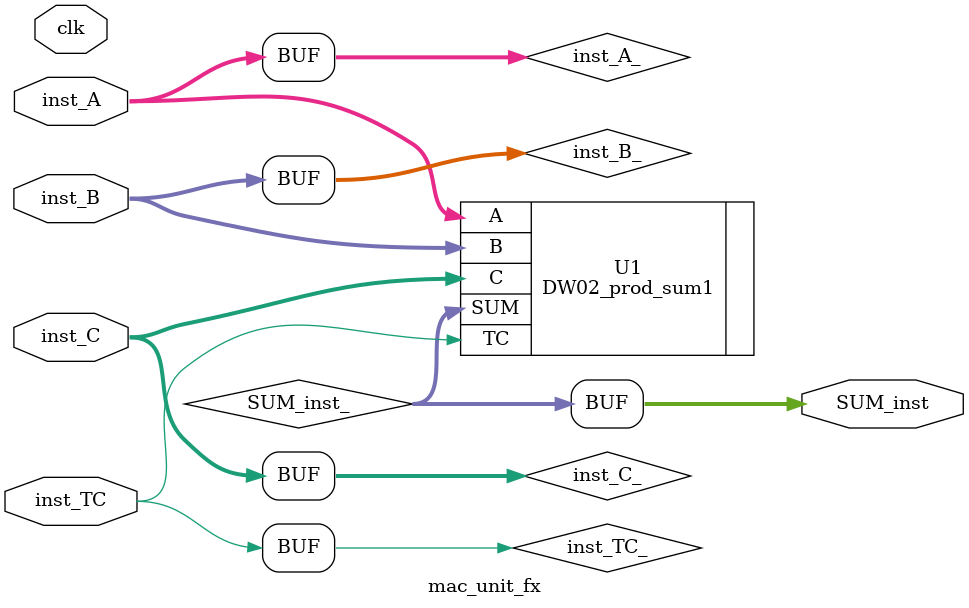
<source format=v>
module mac_unit_fx( clk, inst_A, inst_B, inst_C, inst_TC, SUM_inst);

  parameter A_width = 8;
  parameter B_width = 8;
  parameter SUM_width = 22;

  input clk;
  input [A_width-1 : 0] inst_A;
  input [B_width-1 : 0] inst_B;
  input [SUM_width-1 : 0] inst_C;
  input inst_TC;
  output reg [SUM_width-1 : 0] SUM_inst;

  reg [A_width-1 : 0] inst_A_;
  reg [B_width-1 : 0] inst_B_;
  reg [SUM_width-1 : 0] inst_C_;
  reg inst_TC_;
  wire [SUM_width-1 : 0] SUM_inst_;
  
  always @ (*)
  begin
    inst_A_ <= inst_A;
    inst_B_ <= inst_B;
    inst_C_ <= inst_C;
    inst_TC_ <= inst_TC;
    SUM_inst <= SUM_inst_;
  end

  // Instance of DW02_prod_sum1
  DW02_prod_sum1 #(A_width, B_width, SUM_width) U1 ( .A(inst_A_), .B(inst_B_), .C(inst_C_), .TC(inst_TC_), .SUM(SUM_inst_) );

endmodule

</source>
